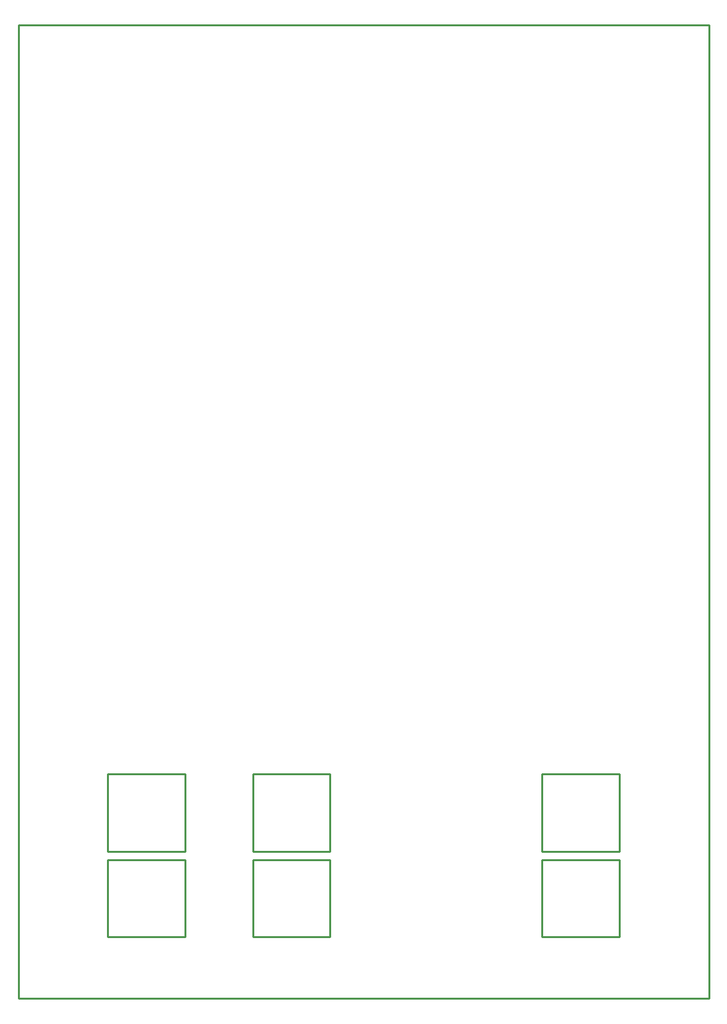
<source format=gko>
G04 Layer: BoardOutlineLayer*
G04 EasyEDA v6.5.29, 2023-07-16 15:11:24*
G04 2c12c0e84ba74d3092461a17c469f48c,5a6b42c53f6a479593ecc07194224c93,10*
G04 Gerber Generator version 0.2*
G04 Scale: 100 percent, Rotated: No, Reflected: No *
G04 Dimensions in millimeters *
G04 leading zeros omitted , absolute positions ,4 integer and 5 decimal *
%FSLAX45Y45*%
%MOMM*%

%ADD10C,0.2540*%
D10*
X0Y12852400D02*
G01*
X9131300Y12852400D01*
X9131300Y0D01*
X0Y0D01*
X0Y12852400D01*
X2203500Y812800D02*
G01*
X2203500Y1832800D01*
X2203500Y1832800D02*
G01*
X1183500Y1832800D01*
X1183500Y1832800D02*
G01*
X1183500Y812800D01*
X1183500Y812800D02*
G01*
X2203500Y812800D01*
X2203500Y1943100D02*
G01*
X2203500Y2963100D01*
X2203500Y2963100D02*
G01*
X1183500Y2963100D01*
X1183500Y2963100D02*
G01*
X1183500Y1943100D01*
X1183500Y1943100D02*
G01*
X2203500Y1943100D01*
X4121200Y1943100D02*
G01*
X4121200Y2963100D01*
X4121200Y2963100D02*
G01*
X3101200Y2963100D01*
X3101200Y2963100D02*
G01*
X3101200Y1943100D01*
X3101200Y1943100D02*
G01*
X4121200Y1943100D01*
X4121200Y812800D02*
G01*
X4121200Y1832800D01*
X4121200Y1832800D02*
G01*
X3101200Y1832800D01*
X3101200Y1832800D02*
G01*
X3101200Y812800D01*
X3101200Y812800D02*
G01*
X4121200Y812800D01*
X7943900Y1943100D02*
G01*
X7943900Y2963100D01*
X7943900Y2963100D02*
G01*
X6923900Y2963100D01*
X6923900Y2963100D02*
G01*
X6923900Y1943100D01*
X6923900Y1943100D02*
G01*
X7943900Y1943100D01*
X7943900Y812800D02*
G01*
X7943900Y1832800D01*
X7943900Y1832800D02*
G01*
X6923900Y1832800D01*
X6923900Y1832800D02*
G01*
X6923900Y812800D01*
X6923900Y812800D02*
G01*
X7943900Y812800D01*

%LPD*%
M02*

</source>
